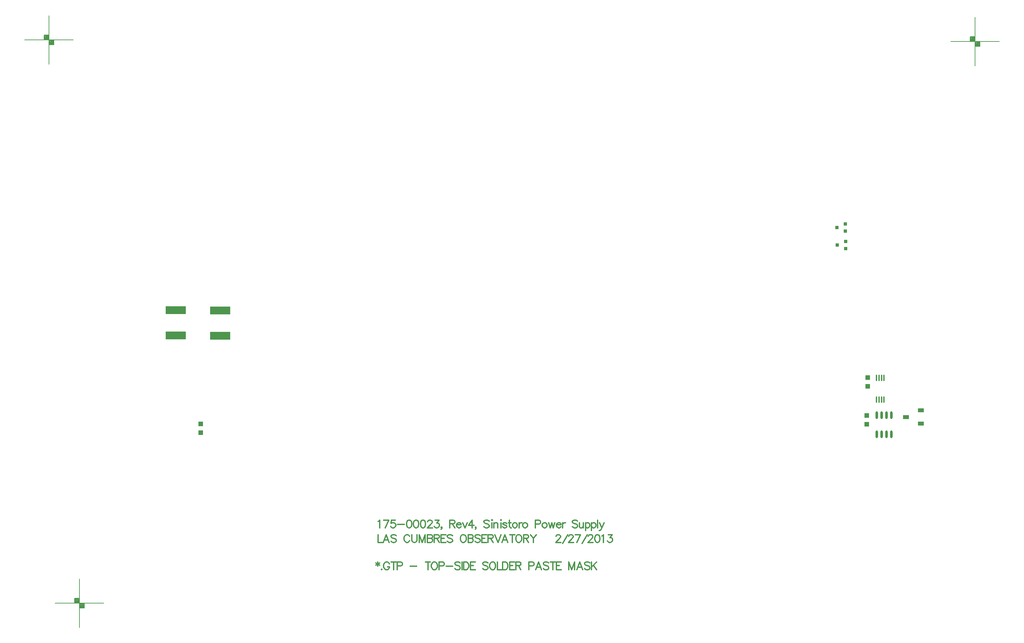
<source format=gtp>
%FSLAX23Y23*%
%MOIN*%
G70*
G01*
G75*
G04 Layer_Color=8421504*
%ADD10O,0.024X0.079*%
%ADD11R,0.050X0.050*%
%ADD12O,0.014X0.067*%
%ADD13R,0.059X0.039*%
%ADD14R,0.036X0.036*%
%ADD15R,0.209X0.079*%
%ADD16C,0.010*%
%ADD17C,0.025*%
%ADD18C,0.050*%
%ADD19C,0.020*%
%ADD20C,0.100*%
%ADD21C,0.007*%
%ADD22C,0.012*%
%ADD23C,0.008*%
%ADD24C,0.012*%
%ADD25C,0.012*%
%ADD26R,0.100X0.100*%
%ADD27C,0.100*%
%ADD28R,0.100X0.100*%
%ADD29C,0.020*%
%ADD30C,0.063*%
%ADD31R,0.063X0.063*%
%ADD32C,0.070*%
%ADD33C,0.110*%
%ADD34R,0.110X0.110*%
%ADD35C,0.079*%
%ADD36C,0.059*%
%ADD37C,0.080*%
%ADD38C,0.065*%
%ADD39R,0.059X0.059*%
%ADD40R,0.059X0.059*%
%ADD41C,0.120*%
%ADD42R,0.120X0.120*%
%ADD43R,0.079X0.079*%
%ADD44R,0.079X0.079*%
%ADD45C,0.197*%
%ADD46C,0.157*%
%ADD47C,0.024*%
%ADD48C,0.050*%
%ADD49C,0.040*%
%ADD50C,0.005*%
G04:AMPARAMS|DCode=51|XSize=120mil|YSize=120mil|CornerRadius=0mil|HoleSize=0mil|Usage=FLASHONLY|Rotation=0.000|XOffset=0mil|YOffset=0mil|HoleType=Round|Shape=Relief|Width=10mil|Gap=10mil|Entries=4|*
%AMTHD51*
7,0,0,0.120,0.100,0.010,45*
%
%ADD51THD51*%
%ADD52C,0.030*%
%ADD53C,0.059*%
%ADD54C,0.060*%
G04:AMPARAMS|DCode=55|XSize=100mil|YSize=100mil|CornerRadius=0mil|HoleSize=0mil|Usage=FLASHONLY|Rotation=0.000|XOffset=0mil|YOffset=0mil|HoleType=Round|Shape=Relief|Width=10mil|Gap=10mil|Entries=4|*
%AMTHD55*
7,0,0,0.100,0.080,0.010,45*
%
%ADD55THD55*%
%ADD56C,0.091*%
%ADD57C,0.067*%
%ADD58C,0.170*%
%ADD59C,0.072*%
G04:AMPARAMS|DCode=60|XSize=112mil|YSize=112mil|CornerRadius=0mil|HoleSize=0mil|Usage=FLASHONLY|Rotation=0.000|XOffset=0mil|YOffset=0mil|HoleType=Round|Shape=Relief|Width=10mil|Gap=10mil|Entries=4|*
%AMTHD60*
7,0,0,0.112,0.092,0.010,45*
%
%ADD60THD60*%
%ADD61C,0.059*%
%ADD62C,0.055*%
G04:AMPARAMS|DCode=63|XSize=95.433mil|YSize=95.433mil|CornerRadius=0mil|HoleSize=0mil|Usage=FLASHONLY|Rotation=0.000|XOffset=0mil|YOffset=0mil|HoleType=Round|Shape=Relief|Width=10mil|Gap=10mil|Entries=4|*
%AMTHD63*
7,0,0,0.095,0.075,0.010,45*
%
%ADD63THD63*%
%ADD64C,0.090*%
G04:AMPARAMS|DCode=65|XSize=107.244mil|YSize=107.244mil|CornerRadius=0mil|HoleSize=0mil|Usage=FLASHONLY|Rotation=0.000|XOffset=0mil|YOffset=0mil|HoleType=Round|Shape=Relief|Width=10mil|Gap=10mil|Entries=4|*
%AMTHD65*
7,0,0,0.107,0.087,0.010,45*
%
%ADD65THD65*%
%ADD66C,0.145*%
%ADD67C,0.186*%
G04:AMPARAMS|DCode=68|XSize=70mil|YSize=70mil|CornerRadius=0mil|HoleSize=0mil|Usage=FLASHONLY|Rotation=0.000|XOffset=0mil|YOffset=0mil|HoleType=Round|Shape=Relief|Width=10mil|Gap=10mil|Entries=4|*
%AMTHD68*
7,0,0,0.070,0.050,0.010,45*
%
%ADD68THD68*%
%ADD69C,0.048*%
G04:AMPARAMS|DCode=70|XSize=88mil|YSize=88mil|CornerRadius=0mil|HoleSize=0mil|Usage=FLASHONLY|Rotation=0.000|XOffset=0mil|YOffset=0mil|HoleType=Round|Shape=Relief|Width=10mil|Gap=10mil|Entries=4|*
%AMTHD70*
7,0,0,0.088,0.068,0.010,45*
%
%ADD70THD70*%
%ADD71C,0.008*%
G04:AMPARAMS|DCode=72|XSize=99.37mil|YSize=99.37mil|CornerRadius=0mil|HoleSize=0mil|Usage=FLASHONLY|Rotation=0.000|XOffset=0mil|YOffset=0mil|HoleType=Round|Shape=Relief|Width=10mil|Gap=10mil|Entries=4|*
%AMTHD72*
7,0,0,0.099,0.079,0.010,45*
%
%ADD72THD72*%
%ADD73R,0.268X0.272*%
%ADD74R,0.037X0.075*%
%ADD75R,0.035X0.037*%
%ADD76R,0.035X0.037*%
%ADD77R,0.102X0.094*%
%ADD78R,0.063X0.075*%
%ADD79O,0.028X0.098*%
%ADD80R,0.036X0.032*%
%ADD81R,0.150X0.106*%
%ADD82R,0.050X0.050*%
%ADD83R,0.036X0.036*%
%ADD84R,0.272X0.268*%
%ADD85R,0.075X0.037*%
%ADD86R,0.032X0.036*%
%ADD87R,0.079X0.209*%
%ADD88C,0.010*%
%ADD89C,0.010*%
%ADD90C,0.024*%
%ADD91C,0.020*%
%ADD92C,0.030*%
%ADD93C,0.015*%
%ADD94C,0.007*%
%ADD95C,0.006*%
%ADD96C,0.012*%
%ADD97C,0.006*%
%ADD98R,0.043X0.008*%
%ADD99R,0.257X0.184*%
D10*
X25236Y16008D02*
D03*
X25186D02*
D03*
X25136D02*
D03*
X25086D02*
D03*
X25236Y15811D02*
D03*
X25186D02*
D03*
X25136D02*
D03*
X25086D02*
D03*
D11*
X18136Y15830D02*
D03*
Y15920D02*
D03*
X24981Y15915D02*
D03*
Y16005D02*
D03*
X24991Y16305D02*
D03*
Y16395D02*
D03*
D12*
X25160Y16392D02*
D03*
X25134D02*
D03*
X25109D02*
D03*
X25083D02*
D03*
X25160Y16168D02*
D03*
X25134D02*
D03*
X25109D02*
D03*
X25083D02*
D03*
D13*
X25538Y16059D02*
D03*
X25385Y15990D02*
D03*
X25538Y15921D02*
D03*
D14*
X24764Y17797D02*
D03*
X24678Y17760D02*
D03*
X24764Y17723D02*
D03*
X24763Y17902D02*
D03*
X24677Y17939D02*
D03*
X24763Y17976D02*
D03*
D15*
X17879Y17089D02*
D03*
Y16829D02*
D03*
X18336Y17085D02*
D03*
Y16825D02*
D03*
D23*
X26066Y19877D02*
X26076D01*
X26066Y19872D02*
Y19882D01*
Y19872D02*
X26076D01*
Y19882D01*
X26066D02*
X26076D01*
X26061Y19867D02*
Y19882D01*
Y19867D02*
X26081D01*
Y19887D01*
X26061D02*
X26081D01*
X26056Y19862D02*
Y19887D01*
Y19862D02*
X26086D01*
Y19892D01*
X26056D02*
X26086D01*
X26051Y19857D02*
Y19897D01*
Y19857D02*
X26091D01*
Y19897D01*
X26051D02*
X26091D01*
X26116Y19827D02*
X26126D01*
X26116Y19822D02*
Y19832D01*
Y19822D02*
X26126D01*
Y19832D01*
X26116D02*
X26126D01*
X26111Y19817D02*
Y19832D01*
Y19817D02*
X26131D01*
Y19837D01*
X26111D02*
X26131D01*
X26106Y19812D02*
Y19837D01*
Y19812D02*
X26136D01*
Y19842D01*
X26106D02*
X26136D01*
X26101Y19807D02*
Y19847D01*
Y19807D02*
X26141D01*
Y19847D01*
X26101D02*
X26141D01*
X26096Y19802D02*
X26146D01*
Y19852D01*
X26046Y19902D02*
X26096D01*
X26046Y19852D02*
Y19902D01*
X26096Y19602D02*
Y20102D01*
X25846Y19852D02*
X26346D01*
X16547Y19893D02*
X16557D01*
X16547Y19888D02*
Y19898D01*
Y19888D02*
X16557D01*
Y19898D01*
X16547D02*
X16557D01*
X16542Y19883D02*
Y19898D01*
Y19883D02*
X16562D01*
Y19903D01*
X16542D02*
X16562D01*
X16537Y19878D02*
Y19903D01*
Y19878D02*
X16567D01*
Y19908D01*
X16537D02*
X16567D01*
X16532Y19873D02*
Y19913D01*
Y19873D02*
X16572D01*
Y19913D01*
X16532D02*
X16572D01*
X16597Y19843D02*
X16607D01*
X16597Y19838D02*
Y19848D01*
Y19838D02*
X16607D01*
Y19848D01*
X16597D02*
X16607D01*
X16592Y19833D02*
Y19848D01*
Y19833D02*
X16612D01*
Y19853D01*
X16592D02*
X16612D01*
X16587Y19828D02*
Y19853D01*
Y19828D02*
X16617D01*
Y19858D01*
X16587D02*
X16617D01*
X16582Y19823D02*
Y19863D01*
Y19823D02*
X16622D01*
Y19863D01*
X16582D02*
X16622D01*
X16577Y19818D02*
X16627D01*
Y19868D01*
X16527Y19918D02*
X16577D01*
X16527Y19868D02*
Y19918D01*
X16577Y19618D02*
Y20118D01*
X16327Y19868D02*
X16827D01*
X16860Y14102D02*
X16870D01*
X16860Y14097D02*
Y14107D01*
Y14097D02*
X16870D01*
Y14107D01*
X16860D02*
X16870D01*
X16855Y14092D02*
Y14107D01*
Y14092D02*
X16875D01*
Y14112D01*
X16855D02*
X16875D01*
X16850Y14087D02*
Y14112D01*
Y14087D02*
X16880D01*
Y14117D01*
X16850D02*
X16880D01*
X16845Y14082D02*
Y14122D01*
Y14082D02*
X16885D01*
Y14122D01*
X16845D02*
X16885D01*
X16910Y14052D02*
X16920D01*
X16910Y14047D02*
Y14057D01*
Y14047D02*
X16920D01*
Y14057D01*
X16910D02*
X16920D01*
X16905Y14042D02*
Y14057D01*
Y14042D02*
X16925D01*
Y14062D01*
X16905D02*
X16925D01*
X16900Y14037D02*
Y14062D01*
Y14037D02*
X16930D01*
Y14067D01*
X16900D02*
X16930D01*
X16895Y14032D02*
Y14072D01*
Y14032D02*
X16935D01*
Y14072D01*
X16895D02*
X16935D01*
X16890Y14027D02*
X16940D01*
Y14077D01*
X16840Y14127D02*
X16890D01*
X16840Y14077D02*
Y14127D01*
X16890Y13827D02*
Y14327D01*
X16640Y14077D02*
X17140D01*
D24*
X19958Y14780D02*
Y14700D01*
X20004D01*
X20073D02*
X20043Y14780D01*
X20013Y14700D01*
X20024Y14727D02*
X20062D01*
X20145Y14769D02*
X20138Y14776D01*
X20126Y14780D01*
X20111D01*
X20100Y14776D01*
X20092Y14769D01*
Y14761D01*
X20096Y14753D01*
X20100Y14750D01*
X20107Y14746D01*
X20130Y14738D01*
X20138Y14734D01*
X20142Y14731D01*
X20145Y14723D01*
Y14711D01*
X20138Y14704D01*
X20126Y14700D01*
X20111D01*
X20100Y14704D01*
X20092Y14711D01*
X20283Y14761D02*
X20280Y14769D01*
X20272Y14776D01*
X20264Y14780D01*
X20249D01*
X20241Y14776D01*
X20234Y14769D01*
X20230Y14761D01*
X20226Y14750D01*
Y14731D01*
X20230Y14719D01*
X20234Y14711D01*
X20241Y14704D01*
X20249Y14700D01*
X20264D01*
X20272Y14704D01*
X20280Y14711D01*
X20283Y14719D01*
X20306Y14780D02*
Y14723D01*
X20310Y14711D01*
X20317Y14704D01*
X20329Y14700D01*
X20336D01*
X20348Y14704D01*
X20355Y14711D01*
X20359Y14723D01*
Y14780D01*
X20381D02*
Y14700D01*
Y14780D02*
X20412Y14700D01*
X20442Y14780D02*
X20412Y14700D01*
X20442Y14780D02*
Y14700D01*
X20465Y14780D02*
Y14700D01*
Y14780D02*
X20499D01*
X20511Y14776D01*
X20515Y14772D01*
X20518Y14765D01*
Y14757D01*
X20515Y14750D01*
X20511Y14746D01*
X20499Y14742D01*
X20465D02*
X20499D01*
X20511Y14738D01*
X20515Y14734D01*
X20518Y14727D01*
Y14715D01*
X20515Y14708D01*
X20511Y14704D01*
X20499Y14700D01*
X20465D01*
X20536Y14780D02*
Y14700D01*
Y14780D02*
X20570D01*
X20582Y14776D01*
X20586Y14772D01*
X20590Y14765D01*
Y14757D01*
X20586Y14750D01*
X20582Y14746D01*
X20570Y14742D01*
X20536D01*
X20563D02*
X20590Y14700D01*
X20657Y14780D02*
X20607D01*
Y14700D01*
X20657D01*
X20607Y14742D02*
X20638D01*
X20724Y14769D02*
X20716Y14776D01*
X20705Y14780D01*
X20689D01*
X20678Y14776D01*
X20670Y14769D01*
Y14761D01*
X20674Y14753D01*
X20678Y14750D01*
X20686Y14746D01*
X20708Y14738D01*
X20716Y14734D01*
X20720Y14731D01*
X20724Y14723D01*
Y14711D01*
X20716Y14704D01*
X20705Y14700D01*
X20689D01*
X20678Y14704D01*
X20670Y14711D01*
X20827Y14780D02*
X20820Y14776D01*
X20812Y14769D01*
X20808Y14761D01*
X20804Y14750D01*
Y14731D01*
X20808Y14719D01*
X20812Y14711D01*
X20820Y14704D01*
X20827Y14700D01*
X20842D01*
X20850Y14704D01*
X20858Y14711D01*
X20861Y14719D01*
X20865Y14731D01*
Y14750D01*
X20861Y14761D01*
X20858Y14769D01*
X20850Y14776D01*
X20842Y14780D01*
X20827D01*
X20884D02*
Y14700D01*
Y14780D02*
X20918D01*
X20930Y14776D01*
X20933Y14772D01*
X20937Y14765D01*
Y14757D01*
X20933Y14750D01*
X20930Y14746D01*
X20918Y14742D01*
X20884D02*
X20918D01*
X20930Y14738D01*
X20933Y14734D01*
X20937Y14727D01*
Y14715D01*
X20933Y14708D01*
X20930Y14704D01*
X20918Y14700D01*
X20884D01*
X21008Y14769D02*
X21001Y14776D01*
X20989Y14780D01*
X20974D01*
X20963Y14776D01*
X20955Y14769D01*
Y14761D01*
X20959Y14753D01*
X20963Y14750D01*
X20970Y14746D01*
X20993Y14738D01*
X21001Y14734D01*
X21005Y14731D01*
X21008Y14723D01*
Y14711D01*
X21001Y14704D01*
X20989Y14700D01*
X20974D01*
X20963Y14704D01*
X20955Y14711D01*
X21076Y14780D02*
X21026D01*
Y14700D01*
X21076D01*
X21026Y14742D02*
X21057D01*
X21089Y14780D02*
Y14700D01*
Y14780D02*
X21124D01*
X21135Y14776D01*
X21139Y14772D01*
X21143Y14765D01*
Y14757D01*
X21139Y14750D01*
X21135Y14746D01*
X21124Y14742D01*
X21089D01*
X21116D02*
X21143Y14700D01*
X21160Y14780D02*
X21191Y14700D01*
X21221Y14780D02*
X21191Y14700D01*
X21293D02*
X21262Y14780D01*
X21232Y14700D01*
X21243Y14727D02*
X21281D01*
X21338Y14780D02*
Y14700D01*
X21311Y14780D02*
X21365D01*
X21397D02*
X21389Y14776D01*
X21382Y14769D01*
X21378Y14761D01*
X21374Y14750D01*
Y14731D01*
X21378Y14719D01*
X21382Y14711D01*
X21389Y14704D01*
X21397Y14700D01*
X21412D01*
X21420Y14704D01*
X21427Y14711D01*
X21431Y14719D01*
X21435Y14731D01*
Y14750D01*
X21431Y14761D01*
X21427Y14769D01*
X21420Y14776D01*
X21412Y14780D01*
X21397D01*
X21454D02*
Y14700D01*
Y14780D02*
X21488D01*
X21499Y14776D01*
X21503Y14772D01*
X21507Y14765D01*
Y14757D01*
X21503Y14750D01*
X21499Y14746D01*
X21488Y14742D01*
X21454D01*
X21480D02*
X21507Y14700D01*
X21525Y14780D02*
X21555Y14742D01*
Y14700D01*
X21586Y14780D02*
X21555Y14742D01*
X21789Y14761D02*
Y14765D01*
X21792Y14772D01*
X21796Y14776D01*
X21804Y14780D01*
X21819D01*
X21827Y14776D01*
X21830Y14772D01*
X21834Y14765D01*
Y14757D01*
X21830Y14750D01*
X21823Y14738D01*
X21785Y14700D01*
X21838D01*
X21856Y14689D02*
X21909Y14780D01*
X21918Y14761D02*
Y14765D01*
X21922Y14772D01*
X21926Y14776D01*
X21934Y14780D01*
X21949D01*
X21956Y14776D01*
X21960Y14772D01*
X21964Y14765D01*
Y14757D01*
X21960Y14750D01*
X21953Y14738D01*
X21915Y14700D01*
X21968D01*
X22039Y14780D02*
X22001Y14700D01*
X21986Y14780D02*
X22039D01*
X22057Y14689D02*
X22110Y14780D01*
X22119Y14761D02*
Y14765D01*
X22123Y14772D01*
X22127Y14776D01*
X22135Y14780D01*
X22150D01*
X22158Y14776D01*
X22161Y14772D01*
X22165Y14765D01*
Y14757D01*
X22161Y14750D01*
X22154Y14738D01*
X22116Y14700D01*
X22169D01*
X22210Y14780D02*
X22198Y14776D01*
X22191Y14765D01*
X22187Y14746D01*
Y14734D01*
X22191Y14715D01*
X22198Y14704D01*
X22210Y14700D01*
X22217D01*
X22229Y14704D01*
X22236Y14715D01*
X22240Y14734D01*
Y14746D01*
X22236Y14765D01*
X22229Y14776D01*
X22217Y14780D01*
X22210D01*
X22258Y14765D02*
X22266Y14769D01*
X22277Y14780D01*
Y14700D01*
X22324Y14780D02*
X22366D01*
X22343Y14750D01*
X22355D01*
X22362Y14746D01*
X22366Y14742D01*
X22370Y14731D01*
Y14723D01*
X22366Y14711D01*
X22359Y14704D01*
X22347Y14700D01*
X22336D01*
X22324Y14704D01*
X22321Y14708D01*
X22317Y14715D01*
D25*
X19956Y14499D02*
Y14454D01*
X19937Y14488D02*
X19975Y14465D01*
Y14488D02*
X19937Y14465D01*
X19995Y14427D02*
X19991Y14423D01*
X19995Y14419D01*
X19999Y14423D01*
X19995Y14427D01*
X20074Y14480D02*
X20070Y14488D01*
X20062Y14496D01*
X20055Y14499D01*
X20039D01*
X20032Y14496D01*
X20024Y14488D01*
X20020Y14480D01*
X20017Y14469D01*
Y14450D01*
X20020Y14439D01*
X20024Y14431D01*
X20032Y14423D01*
X20039Y14419D01*
X20055D01*
X20062Y14423D01*
X20070Y14431D01*
X20074Y14439D01*
Y14450D01*
X20055D02*
X20074D01*
X20119Y14499D02*
Y14419D01*
X20092Y14499D02*
X20145D01*
X20155Y14458D02*
X20189D01*
X20201Y14461D01*
X20204Y14465D01*
X20208Y14473D01*
Y14484D01*
X20204Y14492D01*
X20201Y14496D01*
X20189Y14499D01*
X20155D01*
Y14419D01*
X20289Y14454D02*
X20357D01*
X20471Y14499D02*
Y14419D01*
X20444Y14499D02*
X20497D01*
X20530D02*
X20522Y14496D01*
X20514Y14488D01*
X20511Y14480D01*
X20507Y14469D01*
Y14450D01*
X20511Y14439D01*
X20514Y14431D01*
X20522Y14423D01*
X20530Y14419D01*
X20545D01*
X20553Y14423D01*
X20560Y14431D01*
X20564Y14439D01*
X20568Y14450D01*
Y14469D01*
X20564Y14480D01*
X20560Y14488D01*
X20553Y14496D01*
X20545Y14499D01*
X20530D01*
X20586Y14458D02*
X20621D01*
X20632Y14461D01*
X20636Y14465D01*
X20640Y14473D01*
Y14484D01*
X20636Y14492D01*
X20632Y14496D01*
X20621Y14499D01*
X20586D01*
Y14419D01*
X20658Y14454D02*
X20726D01*
X20803Y14488D02*
X20795Y14496D01*
X20784Y14499D01*
X20769D01*
X20757Y14496D01*
X20750Y14488D01*
Y14480D01*
X20754Y14473D01*
X20757Y14469D01*
X20765Y14465D01*
X20788Y14458D01*
X20795Y14454D01*
X20799Y14450D01*
X20803Y14442D01*
Y14431D01*
X20795Y14423D01*
X20784Y14419D01*
X20769D01*
X20757Y14423D01*
X20750Y14431D01*
X20821Y14499D02*
Y14419D01*
X20838Y14499D02*
Y14419D01*
Y14499D02*
X20864D01*
X20876Y14496D01*
X20883Y14488D01*
X20887Y14480D01*
X20891Y14469D01*
Y14450D01*
X20887Y14439D01*
X20883Y14431D01*
X20876Y14423D01*
X20864Y14419D01*
X20838D01*
X20959Y14499D02*
X20909D01*
Y14419D01*
X20959D01*
X20909Y14461D02*
X20939D01*
X21088Y14488D02*
X21080Y14496D01*
X21069Y14499D01*
X21054D01*
X21042Y14496D01*
X21035Y14488D01*
Y14480D01*
X21038Y14473D01*
X21042Y14469D01*
X21050Y14465D01*
X21073Y14458D01*
X21080Y14454D01*
X21084Y14450D01*
X21088Y14442D01*
Y14431D01*
X21080Y14423D01*
X21069Y14419D01*
X21054D01*
X21042Y14423D01*
X21035Y14431D01*
X21129Y14499D02*
X21121Y14496D01*
X21114Y14488D01*
X21110Y14480D01*
X21106Y14469D01*
Y14450D01*
X21110Y14439D01*
X21114Y14431D01*
X21121Y14423D01*
X21129Y14419D01*
X21144D01*
X21152Y14423D01*
X21159Y14431D01*
X21163Y14439D01*
X21167Y14450D01*
Y14469D01*
X21163Y14480D01*
X21159Y14488D01*
X21152Y14496D01*
X21144Y14499D01*
X21129D01*
X21186D02*
Y14419D01*
X21231D01*
X21240Y14499D02*
Y14419D01*
Y14499D02*
X21267D01*
X21278Y14496D01*
X21286Y14488D01*
X21289Y14480D01*
X21293Y14469D01*
Y14450D01*
X21289Y14439D01*
X21286Y14431D01*
X21278Y14423D01*
X21267Y14419D01*
X21240D01*
X21361Y14499D02*
X21311D01*
Y14419D01*
X21361D01*
X21311Y14461D02*
X21342D01*
X21374Y14499D02*
Y14419D01*
Y14499D02*
X21408D01*
X21420Y14496D01*
X21424Y14492D01*
X21427Y14484D01*
Y14477D01*
X21424Y14469D01*
X21420Y14465D01*
X21408Y14461D01*
X21374D01*
X21401D02*
X21427Y14419D01*
X21508Y14458D02*
X21542D01*
X21554Y14461D01*
X21558Y14465D01*
X21561Y14473D01*
Y14484D01*
X21558Y14492D01*
X21554Y14496D01*
X21542Y14499D01*
X21508D01*
Y14419D01*
X21640D02*
X21610Y14499D01*
X21579Y14419D01*
X21591Y14446D02*
X21629D01*
X21712Y14488D02*
X21705Y14496D01*
X21693Y14499D01*
X21678D01*
X21667Y14496D01*
X21659Y14488D01*
Y14480D01*
X21663Y14473D01*
X21667Y14469D01*
X21674Y14465D01*
X21697Y14458D01*
X21705Y14454D01*
X21708Y14450D01*
X21712Y14442D01*
Y14431D01*
X21705Y14423D01*
X21693Y14419D01*
X21678D01*
X21667Y14423D01*
X21659Y14431D01*
X21757Y14499D02*
Y14419D01*
X21730Y14499D02*
X21783D01*
X21843D02*
X21793D01*
Y14419D01*
X21843D01*
X21793Y14461D02*
X21823D01*
X21919Y14499D02*
Y14419D01*
Y14499D02*
X21949Y14419D01*
X21980Y14499D02*
X21949Y14419D01*
X21980Y14499D02*
Y14419D01*
X22063D02*
X22033Y14499D01*
X22002Y14419D01*
X22014Y14446D02*
X22052D01*
X22135Y14488D02*
X22128Y14496D01*
X22116Y14499D01*
X22101D01*
X22090Y14496D01*
X22082Y14488D01*
Y14480D01*
X22086Y14473D01*
X22090Y14469D01*
X22097Y14465D01*
X22120Y14458D01*
X22128Y14454D01*
X22132Y14450D01*
X22135Y14442D01*
Y14431D01*
X22128Y14423D01*
X22116Y14419D01*
X22101D01*
X22090Y14423D01*
X22082Y14431D01*
X22153Y14499D02*
Y14419D01*
X22207Y14499D02*
X22153Y14446D01*
X22172Y14465D02*
X22207Y14419D01*
X19958Y14915D02*
X19966Y14919D01*
X19977Y14930D01*
Y14850D01*
X20070Y14930D02*
X20032Y14850D01*
X20017Y14930D02*
X20070D01*
X20134D02*
X20096D01*
X20092Y14896D01*
X20096Y14900D01*
X20107Y14903D01*
X20118D01*
X20130Y14900D01*
X20137Y14892D01*
X20141Y14881D01*
Y14873D01*
X20137Y14861D01*
X20130Y14854D01*
X20118Y14850D01*
X20107D01*
X20096Y14854D01*
X20092Y14858D01*
X20088Y14865D01*
X20159Y14884D02*
X20228D01*
X20274Y14930D02*
X20263Y14926D01*
X20255Y14915D01*
X20251Y14896D01*
Y14884D01*
X20255Y14865D01*
X20263Y14854D01*
X20274Y14850D01*
X20282D01*
X20293Y14854D01*
X20301Y14865D01*
X20305Y14884D01*
Y14896D01*
X20301Y14915D01*
X20293Y14926D01*
X20282Y14930D01*
X20274D01*
X20345D02*
X20334Y14926D01*
X20326Y14915D01*
X20323Y14896D01*
Y14884D01*
X20326Y14865D01*
X20334Y14854D01*
X20345Y14850D01*
X20353D01*
X20364Y14854D01*
X20372Y14865D01*
X20376Y14884D01*
Y14896D01*
X20372Y14915D01*
X20364Y14926D01*
X20353Y14930D01*
X20345D01*
X20417D02*
X20405Y14926D01*
X20398Y14915D01*
X20394Y14896D01*
Y14884D01*
X20398Y14865D01*
X20405Y14854D01*
X20417Y14850D01*
X20424D01*
X20436Y14854D01*
X20443Y14865D01*
X20447Y14884D01*
Y14896D01*
X20443Y14915D01*
X20436Y14926D01*
X20424Y14930D01*
X20417D01*
X20469Y14911D02*
Y14915D01*
X20473Y14922D01*
X20476Y14926D01*
X20484Y14930D01*
X20499D01*
X20507Y14926D01*
X20511Y14922D01*
X20515Y14915D01*
Y14907D01*
X20511Y14900D01*
X20503Y14888D01*
X20465Y14850D01*
X20518D01*
X20544Y14930D02*
X20586D01*
X20563Y14900D01*
X20574D01*
X20582Y14896D01*
X20586Y14892D01*
X20590Y14881D01*
Y14873D01*
X20586Y14861D01*
X20578Y14854D01*
X20567Y14850D01*
X20555D01*
X20544Y14854D01*
X20540Y14858D01*
X20536Y14865D01*
X20615Y14854D02*
X20611Y14850D01*
X20607Y14854D01*
X20611Y14858D01*
X20615Y14854D01*
Y14846D01*
X20611Y14839D01*
X20607Y14835D01*
X20695Y14930D02*
Y14850D01*
Y14930D02*
X20730D01*
X20741Y14926D01*
X20745Y14922D01*
X20749Y14915D01*
Y14907D01*
X20745Y14900D01*
X20741Y14896D01*
X20730Y14892D01*
X20695D01*
X20722D02*
X20749Y14850D01*
X20767Y14881D02*
X20812D01*
Y14888D01*
X20809Y14896D01*
X20805Y14900D01*
X20797Y14903D01*
X20786D01*
X20778Y14900D01*
X20770Y14892D01*
X20767Y14881D01*
Y14873D01*
X20770Y14861D01*
X20778Y14854D01*
X20786Y14850D01*
X20797D01*
X20805Y14854D01*
X20812Y14861D01*
X20829Y14903D02*
X20852Y14850D01*
X20875Y14903D02*
X20852Y14850D01*
X20926Y14930D02*
X20888Y14877D01*
X20945D01*
X20926Y14930D02*
Y14850D01*
X20967Y14854D02*
X20963Y14850D01*
X20959Y14854D01*
X20963Y14858D01*
X20967Y14854D01*
Y14846D01*
X20963Y14839D01*
X20959Y14835D01*
X21101Y14919D02*
X21093Y14926D01*
X21082Y14930D01*
X21066D01*
X21055Y14926D01*
X21047Y14919D01*
Y14911D01*
X21051Y14903D01*
X21055Y14900D01*
X21063Y14896D01*
X21085Y14888D01*
X21093Y14884D01*
X21097Y14881D01*
X21101Y14873D01*
Y14861D01*
X21093Y14854D01*
X21082Y14850D01*
X21066D01*
X21055Y14854D01*
X21047Y14861D01*
X21126Y14930D02*
X21130Y14926D01*
X21134Y14930D01*
X21130Y14934D01*
X21126Y14930D01*
X21130Y14903D02*
Y14850D01*
X21148Y14903D02*
Y14850D01*
Y14888D02*
X21159Y14900D01*
X21167Y14903D01*
X21178D01*
X21186Y14900D01*
X21190Y14888D01*
Y14850D01*
X21218Y14930D02*
X21222Y14926D01*
X21226Y14930D01*
X21222Y14934D01*
X21218Y14930D01*
X21222Y14903D02*
Y14850D01*
X21282Y14892D02*
X21278Y14900D01*
X21267Y14903D01*
X21255D01*
X21244Y14900D01*
X21240Y14892D01*
X21244Y14884D01*
X21251Y14881D01*
X21271Y14877D01*
X21278Y14873D01*
X21282Y14865D01*
Y14861D01*
X21278Y14854D01*
X21267Y14850D01*
X21255D01*
X21244Y14854D01*
X21240Y14861D01*
X21310Y14930D02*
Y14865D01*
X21314Y14854D01*
X21322Y14850D01*
X21329D01*
X21299Y14903D02*
X21325D01*
X21360D02*
X21352Y14900D01*
X21344Y14892D01*
X21341Y14881D01*
Y14873D01*
X21344Y14861D01*
X21352Y14854D01*
X21360Y14850D01*
X21371D01*
X21379Y14854D01*
X21386Y14861D01*
X21390Y14873D01*
Y14881D01*
X21386Y14892D01*
X21379Y14900D01*
X21371Y14903D01*
X21360D01*
X21408D02*
Y14850D01*
Y14881D02*
X21411Y14892D01*
X21419Y14900D01*
X21427Y14903D01*
X21438D01*
X21464D02*
X21457Y14900D01*
X21449Y14892D01*
X21445Y14881D01*
Y14873D01*
X21449Y14861D01*
X21457Y14854D01*
X21464Y14850D01*
X21476D01*
X21483Y14854D01*
X21491Y14861D01*
X21495Y14873D01*
Y14881D01*
X21491Y14892D01*
X21483Y14900D01*
X21476Y14903D01*
X21464D01*
X21575Y14888D02*
X21610D01*
X21621Y14892D01*
X21625Y14896D01*
X21629Y14903D01*
Y14915D01*
X21625Y14922D01*
X21621Y14926D01*
X21610Y14930D01*
X21575D01*
Y14850D01*
X21665Y14903D02*
X21658Y14900D01*
X21650Y14892D01*
X21646Y14881D01*
Y14873D01*
X21650Y14861D01*
X21658Y14854D01*
X21665Y14850D01*
X21677D01*
X21685Y14854D01*
X21692Y14861D01*
X21696Y14873D01*
Y14881D01*
X21692Y14892D01*
X21685Y14900D01*
X21677Y14903D01*
X21665D01*
X21713D02*
X21729Y14850D01*
X21744Y14903D02*
X21729Y14850D01*
X21744Y14903D02*
X21759Y14850D01*
X21774Y14903D02*
X21759Y14850D01*
X21793Y14881D02*
X21839D01*
Y14888D01*
X21835Y14896D01*
X21831Y14900D01*
X21824Y14903D01*
X21812D01*
X21805Y14900D01*
X21797Y14892D01*
X21793Y14881D01*
Y14873D01*
X21797Y14861D01*
X21805Y14854D01*
X21812Y14850D01*
X21824D01*
X21831Y14854D01*
X21839Y14861D01*
X21856Y14903D02*
Y14850D01*
Y14881D02*
X21860Y14892D01*
X21867Y14900D01*
X21875Y14903D01*
X21886D01*
X22010Y14919D02*
X22002Y14926D01*
X21991Y14930D01*
X21976D01*
X21964Y14926D01*
X21956Y14919D01*
Y14911D01*
X21960Y14903D01*
X21964Y14900D01*
X21972Y14896D01*
X21995Y14888D01*
X22002Y14884D01*
X22006Y14881D01*
X22010Y14873D01*
Y14861D01*
X22002Y14854D01*
X21991Y14850D01*
X21976D01*
X21964Y14854D01*
X21956Y14861D01*
X22028Y14903D02*
Y14865D01*
X22032Y14854D01*
X22039Y14850D01*
X22051D01*
X22058Y14854D01*
X22070Y14865D01*
Y14903D02*
Y14850D01*
X22091Y14903D02*
Y14823D01*
Y14892D02*
X22098Y14900D01*
X22106Y14903D01*
X22117D01*
X22125Y14900D01*
X22132Y14892D01*
X22136Y14881D01*
Y14873D01*
X22132Y14861D01*
X22125Y14854D01*
X22117Y14850D01*
X22106D01*
X22098Y14854D01*
X22091Y14861D01*
X22153Y14903D02*
Y14823D01*
Y14892D02*
X22161Y14900D01*
X22169Y14903D01*
X22180D01*
X22188Y14900D01*
X22195Y14892D01*
X22199Y14881D01*
Y14873D01*
X22195Y14861D01*
X22188Y14854D01*
X22180Y14850D01*
X22169D01*
X22161Y14854D01*
X22153Y14861D01*
X22216Y14930D02*
Y14850D01*
X22237Y14903D02*
X22260Y14850D01*
X22283Y14903D02*
X22260Y14850D01*
X22252Y14835D01*
X22244Y14827D01*
X22237Y14823D01*
X22233D01*
M02*

</source>
